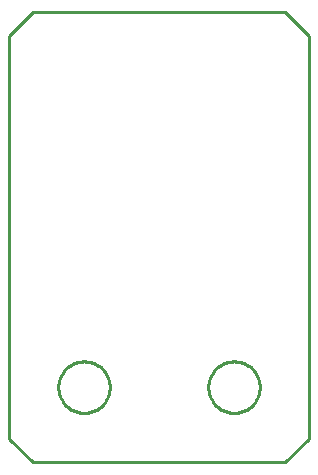
<source format=gbr>
G04 EAGLE Gerber RS-274X export*
G75*
%MOMM*%
%FSLAX34Y34*%
%LPD*%
%IN*%
%IPPOS*%
%AMOC8*
5,1,8,0,0,1.08239X$1,22.5*%
G01*
%ADD10C,0.254000*%


D10*
X0Y20000D02*
X20000Y0D01*
X234000Y0D01*
X254000Y20000D01*
X254000Y361000D01*
X234000Y381000D01*
X20000Y381000D01*
X0Y361000D01*
X0Y20000D01*
X212250Y62843D02*
X212250Y64157D01*
X212171Y65469D01*
X212012Y66774D01*
X211775Y68067D01*
X211461Y69343D01*
X211070Y70598D01*
X210604Y71827D01*
X210064Y73026D01*
X209453Y74190D01*
X208773Y75315D01*
X208027Y76396D01*
X207216Y77431D01*
X206344Y78415D01*
X205415Y79344D01*
X204431Y80216D01*
X203396Y81027D01*
X202315Y81773D01*
X201190Y82453D01*
X200026Y83064D01*
X198827Y83604D01*
X197598Y84070D01*
X196343Y84461D01*
X195067Y84775D01*
X193774Y85012D01*
X192469Y85171D01*
X191157Y85250D01*
X189843Y85250D01*
X188531Y85171D01*
X187226Y85012D01*
X185933Y84775D01*
X184657Y84461D01*
X183402Y84070D01*
X182173Y83604D01*
X180974Y83064D01*
X179810Y82453D01*
X178685Y81773D01*
X177604Y81027D01*
X176569Y80216D01*
X175585Y79344D01*
X174656Y78415D01*
X173784Y77431D01*
X172973Y76396D01*
X172227Y75315D01*
X171547Y74190D01*
X170936Y73026D01*
X170396Y71827D01*
X169930Y70598D01*
X169539Y69343D01*
X169225Y68067D01*
X168988Y66774D01*
X168829Y65469D01*
X168750Y64157D01*
X168750Y62843D01*
X168829Y61531D01*
X168988Y60226D01*
X169225Y58933D01*
X169539Y57657D01*
X169930Y56402D01*
X170396Y55173D01*
X170936Y53974D01*
X171547Y52810D01*
X172227Y51685D01*
X172973Y50604D01*
X173784Y49569D01*
X174656Y48585D01*
X175585Y47656D01*
X176569Y46784D01*
X177604Y45973D01*
X178685Y45227D01*
X179810Y44547D01*
X180974Y43936D01*
X182173Y43396D01*
X183402Y42930D01*
X184657Y42539D01*
X185933Y42225D01*
X187226Y41988D01*
X188531Y41829D01*
X189843Y41750D01*
X191157Y41750D01*
X192469Y41829D01*
X193774Y41988D01*
X195067Y42225D01*
X196343Y42539D01*
X197598Y42930D01*
X198827Y43396D01*
X200026Y43936D01*
X201190Y44547D01*
X202315Y45227D01*
X203396Y45973D01*
X204431Y46784D01*
X205415Y47656D01*
X206344Y48585D01*
X207216Y49569D01*
X208027Y50604D01*
X208773Y51685D01*
X209453Y52810D01*
X210064Y53974D01*
X210604Y55173D01*
X211070Y56402D01*
X211461Y57657D01*
X211775Y58933D01*
X212012Y60226D01*
X212171Y61531D01*
X212250Y62843D01*
X85250Y62843D02*
X85250Y64157D01*
X85171Y65469D01*
X85012Y66774D01*
X84775Y68067D01*
X84461Y69343D01*
X84070Y70598D01*
X83604Y71827D01*
X83064Y73026D01*
X82453Y74190D01*
X81773Y75315D01*
X81027Y76396D01*
X80216Y77431D01*
X79344Y78415D01*
X78415Y79344D01*
X77431Y80216D01*
X76396Y81027D01*
X75315Y81773D01*
X74190Y82453D01*
X73026Y83064D01*
X71827Y83604D01*
X70598Y84070D01*
X69343Y84461D01*
X68067Y84775D01*
X66774Y85012D01*
X65469Y85171D01*
X64157Y85250D01*
X62843Y85250D01*
X61531Y85171D01*
X60226Y85012D01*
X58933Y84775D01*
X57657Y84461D01*
X56402Y84070D01*
X55173Y83604D01*
X53974Y83064D01*
X52810Y82453D01*
X51685Y81773D01*
X50604Y81027D01*
X49569Y80216D01*
X48585Y79344D01*
X47656Y78415D01*
X46784Y77431D01*
X45973Y76396D01*
X45227Y75315D01*
X44547Y74190D01*
X43936Y73026D01*
X43396Y71827D01*
X42930Y70598D01*
X42539Y69343D01*
X42225Y68067D01*
X41988Y66774D01*
X41829Y65469D01*
X41750Y64157D01*
X41750Y62843D01*
X41829Y61531D01*
X41988Y60226D01*
X42225Y58933D01*
X42539Y57657D01*
X42930Y56402D01*
X43396Y55173D01*
X43936Y53974D01*
X44547Y52810D01*
X45227Y51685D01*
X45973Y50604D01*
X46784Y49569D01*
X47656Y48585D01*
X48585Y47656D01*
X49569Y46784D01*
X50604Y45973D01*
X51685Y45227D01*
X52810Y44547D01*
X53974Y43936D01*
X55173Y43396D01*
X56402Y42930D01*
X57657Y42539D01*
X58933Y42225D01*
X60226Y41988D01*
X61531Y41829D01*
X62843Y41750D01*
X64157Y41750D01*
X65469Y41829D01*
X66774Y41988D01*
X68067Y42225D01*
X69343Y42539D01*
X70598Y42930D01*
X71827Y43396D01*
X73026Y43936D01*
X74190Y44547D01*
X75315Y45227D01*
X76396Y45973D01*
X77431Y46784D01*
X78415Y47656D01*
X79344Y48585D01*
X80216Y49569D01*
X81027Y50604D01*
X81773Y51685D01*
X82453Y52810D01*
X83064Y53974D01*
X83604Y55173D01*
X84070Y56402D01*
X84461Y57657D01*
X84775Y58933D01*
X85012Y60226D01*
X85171Y61531D01*
X85250Y62843D01*
X85250Y62843D02*
X85250Y64157D01*
X85171Y65469D01*
X85012Y66774D01*
X84775Y68067D01*
X84461Y69343D01*
X84070Y70598D01*
X83604Y71827D01*
X83064Y73026D01*
X82453Y74190D01*
X81773Y75315D01*
X81027Y76396D01*
X80216Y77431D01*
X79344Y78415D01*
X78415Y79344D01*
X77431Y80216D01*
X76396Y81027D01*
X75315Y81773D01*
X74190Y82453D01*
X73026Y83064D01*
X71827Y83604D01*
X70598Y84070D01*
X69343Y84461D01*
X68067Y84775D01*
X66774Y85012D01*
X65469Y85171D01*
X64157Y85250D01*
X62843Y85250D01*
X61531Y85171D01*
X60226Y85012D01*
X58933Y84775D01*
X57657Y84461D01*
X56402Y84070D01*
X55173Y83604D01*
X53974Y83064D01*
X52810Y82453D01*
X51685Y81773D01*
X50604Y81027D01*
X49569Y80216D01*
X48585Y79344D01*
X47656Y78415D01*
X46784Y77431D01*
X45973Y76396D01*
X45227Y75315D01*
X44547Y74190D01*
X43936Y73026D01*
X43396Y71827D01*
X42930Y70598D01*
X42539Y69343D01*
X42225Y68067D01*
X41988Y66774D01*
X41829Y65469D01*
X41750Y64157D01*
X41750Y62843D01*
X41829Y61531D01*
X41988Y60226D01*
X42225Y58933D01*
X42539Y57657D01*
X42930Y56402D01*
X43396Y55173D01*
X43936Y53974D01*
X44547Y52810D01*
X45227Y51685D01*
X45973Y50604D01*
X46784Y49569D01*
X47656Y48585D01*
X48585Y47656D01*
X49569Y46784D01*
X50604Y45973D01*
X51685Y45227D01*
X52810Y44547D01*
X53974Y43936D01*
X55173Y43396D01*
X56402Y42930D01*
X57657Y42539D01*
X58933Y42225D01*
X60226Y41988D01*
X61531Y41829D01*
X62843Y41750D01*
X64157Y41750D01*
X65469Y41829D01*
X66774Y41988D01*
X68067Y42225D01*
X69343Y42539D01*
X70598Y42930D01*
X71827Y43396D01*
X73026Y43936D01*
X74190Y44547D01*
X75315Y45227D01*
X76396Y45973D01*
X77431Y46784D01*
X78415Y47656D01*
X79344Y48585D01*
X80216Y49569D01*
X81027Y50604D01*
X81773Y51685D01*
X82453Y52810D01*
X83064Y53974D01*
X83604Y55173D01*
X84070Y56402D01*
X84461Y57657D01*
X84775Y58933D01*
X85012Y60226D01*
X85171Y61531D01*
X85250Y62843D01*
M02*

</source>
